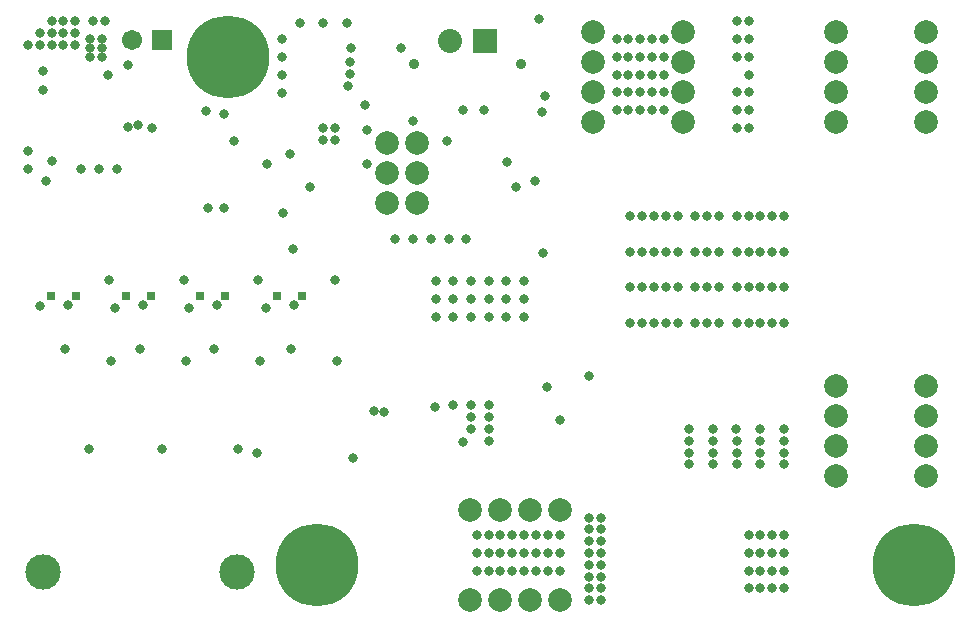
<source format=gbs>
G04*
G04 #@! TF.GenerationSoftware,Altium Limited,Altium Designer,21.1.0 (24)*
G04*
G04 Layer_Color=16711935*
%FSLAX25Y25*%
%MOIN*%
G70*
G04*
G04 #@! TF.SameCoordinates,8E11B689-D9C9-4360-AAA9-F91F00066FD3*
G04*
G04*
G04 #@! TF.FilePolarity,Negative*
G04*
G01*
G75*
%ADD39C,0.27559*%
%ADD40C,0.07874*%
%ADD41R,0.06706X0.06706*%
%ADD42C,0.06706*%
%ADD43C,0.03458*%
%ADD44C,0.08005*%
%ADD45R,0.08005X0.08005*%
%ADD46C,0.07887*%
%ADD47C,0.11811*%
%ADD48C,0.03162*%
%ADD74R,0.03123X0.02572*%
D39*
X70472Y188976D02*
D03*
X100394Y19685D02*
D03*
X299213D02*
D03*
D40*
X133524Y140197D02*
D03*
Y150197D02*
D03*
Y160197D02*
D03*
X123524Y140197D02*
D03*
Y150197D02*
D03*
Y160197D02*
D03*
D41*
X48720Y194685D02*
D03*
D42*
X38721D02*
D03*
D43*
X168110Y186476D02*
D03*
X132677D02*
D03*
D44*
X144488Y194193D02*
D03*
D45*
X156299D02*
D03*
D46*
X192342Y167165D02*
D03*
Y177165D02*
D03*
Y187165D02*
D03*
Y197165D02*
D03*
X222342Y167165D02*
D03*
Y177165D02*
D03*
Y187165D02*
D03*
Y197165D02*
D03*
X273150Y167323D02*
D03*
Y177323D02*
D03*
Y187323D02*
D03*
Y197323D02*
D03*
X303150Y167323D02*
D03*
Y177323D02*
D03*
Y187323D02*
D03*
Y197323D02*
D03*
X151102Y37874D02*
D03*
X161102D02*
D03*
X171102D02*
D03*
X181102D02*
D03*
X151102Y7874D02*
D03*
X161102D02*
D03*
X171102D02*
D03*
X181102D02*
D03*
X273150Y49213D02*
D03*
Y59213D02*
D03*
Y69213D02*
D03*
Y79213D02*
D03*
X303150Y49213D02*
D03*
Y59213D02*
D03*
Y69213D02*
D03*
Y79213D02*
D03*
D47*
X73484Y17362D02*
D03*
X8799D02*
D03*
D48*
X37225Y165690D02*
D03*
X94488Y200396D02*
D03*
X110236D02*
D03*
X102362D02*
D03*
X88583Y183071D02*
D03*
Y188976D02*
D03*
Y194882D02*
D03*
X132283Y128347D02*
D03*
X126378D02*
D03*
X144095D02*
D03*
X138189D02*
D03*
X139764Y114173D02*
D03*
Y108268D02*
D03*
Y102362D02*
D03*
X145669Y114173D02*
D03*
Y108268D02*
D03*
Y102362D02*
D03*
X151575Y114173D02*
D03*
Y108268D02*
D03*
Y102362D02*
D03*
X157480Y114173D02*
D03*
Y108268D02*
D03*
Y102362D02*
D03*
X163386D02*
D03*
Y108268D02*
D03*
Y114173D02*
D03*
X169291Y102362D02*
D03*
Y108268D02*
D03*
Y114173D02*
D03*
X111713Y191929D02*
D03*
X116831Y153445D02*
D03*
X72441Y161024D02*
D03*
X97933Y145472D02*
D03*
X83465Y153445D02*
D03*
X91240Y156595D02*
D03*
X102362Y161417D02*
D03*
X106299D02*
D03*
Y165354D02*
D03*
X102362D02*
D03*
X116240Y172835D02*
D03*
X111221Y187205D02*
D03*
Y183366D02*
D03*
X128150Y191831D02*
D03*
X88681Y177067D02*
D03*
X132382Y167618D02*
D03*
X116929Y164567D02*
D03*
X110728Y179429D02*
D03*
X150000Y128347D02*
D03*
X175492Y123524D02*
D03*
X172835Y147539D02*
D03*
X163681Y154035D02*
D03*
X112205Y55118D02*
D03*
X139627Y72216D02*
D03*
X157480Y61024D02*
D03*
X151575Y64961D02*
D03*
X157480D02*
D03*
Y68898D02*
D03*
X151575D02*
D03*
X157480Y72835D02*
D03*
X151575D02*
D03*
X145669D02*
D03*
X33465Y151575D02*
D03*
X27559D02*
D03*
X21654D02*
D03*
X9843Y147638D02*
D03*
X3937Y157480D02*
D03*
Y151575D02*
D03*
X29503Y200812D02*
D03*
X25566D02*
D03*
X28543Y191929D02*
D03*
X24606Y194882D02*
D03*
X80149Y56859D02*
D03*
X66004Y91535D02*
D03*
X24606Y191929D02*
D03*
X28543Y194882D02*
D03*
Y188976D02*
D03*
X24606D02*
D03*
X166437Y145596D02*
D03*
X148917Y171358D02*
D03*
X155807D02*
D03*
X143602Y160827D02*
D03*
X174114Y201476D02*
D03*
X215846Y188976D02*
D03*
X211910Y171260D02*
D03*
X215846D02*
D03*
X204035D02*
D03*
X211910Y194882D02*
D03*
X200098D02*
D03*
X207972Y177165D02*
D03*
Y188976D02*
D03*
X200098D02*
D03*
X204035Y194882D02*
D03*
X211910Y183071D02*
D03*
X215846D02*
D03*
X200098D02*
D03*
X207972Y171260D02*
D03*
X204035Y177165D02*
D03*
X211910Y188976D02*
D03*
X207972Y194882D02*
D03*
X215846D02*
D03*
X211910Y177165D02*
D03*
X204035Y188976D02*
D03*
X207972Y183071D02*
D03*
X215846Y177165D02*
D03*
X200098D02*
D03*
Y171260D02*
D03*
X204035Y183071D02*
D03*
X216535Y135827D02*
D03*
X212469Y124024D02*
D03*
X204724Y135827D02*
D03*
Y124016D02*
D03*
X208661D02*
D03*
X216535D02*
D03*
X208661Y135827D02*
D03*
X220472Y124016D02*
D03*
X212469Y135836D02*
D03*
X220472Y135827D02*
D03*
X177165Y17717D02*
D03*
X157480D02*
D03*
X173228D02*
D03*
X153543D02*
D03*
X161417D02*
D03*
X181102D02*
D03*
X165354D02*
D03*
X169291D02*
D03*
X177165Y23622D02*
D03*
X157480D02*
D03*
X165354D02*
D03*
X173228D02*
D03*
X161417D02*
D03*
X169291D02*
D03*
X181102D02*
D03*
X153543D02*
D03*
X181102Y29528D02*
D03*
X173228D02*
D03*
X177165D02*
D03*
X153543D02*
D03*
X157480D02*
D03*
X161417D02*
D03*
X169291D02*
D03*
X165354D02*
D03*
X69193Y138681D02*
D03*
X63189Y170965D02*
D03*
X63779Y138779D02*
D03*
X69193Y169980D02*
D03*
X251969Y112205D02*
D03*
X255906Y100394D02*
D03*
X248031Y112205D02*
D03*
X251969Y100394D02*
D03*
X248031D02*
D03*
X244094D02*
D03*
X240158Y112205D02*
D03*
X244094D02*
D03*
X255906D02*
D03*
X240158Y100394D02*
D03*
X83169Y105118D02*
D03*
X57677D02*
D03*
X32874D02*
D03*
X24409Y58268D02*
D03*
X74016Y58169D02*
D03*
X8760Y177854D02*
D03*
X148819Y60532D02*
D03*
X122539Y70768D02*
D03*
X92126Y124902D02*
D03*
X240158Y165354D02*
D03*
Y171260D02*
D03*
Y177165D02*
D03*
Y188976D02*
D03*
Y194882D02*
D03*
Y200787D02*
D03*
X244094D02*
D03*
Y194882D02*
D03*
Y188976D02*
D03*
Y183071D02*
D03*
Y177165D02*
D03*
Y171260D02*
D03*
Y165354D02*
D03*
X190945Y82677D02*
D03*
X255906Y124016D02*
D03*
Y135827D02*
D03*
X251969Y124016D02*
D03*
Y135827D02*
D03*
X248031Y124016D02*
D03*
Y135827D02*
D03*
X244094Y124016D02*
D03*
Y135827D02*
D03*
X240158Y124016D02*
D03*
Y135827D02*
D03*
X234252Y100394D02*
D03*
Y112205D02*
D03*
Y124016D02*
D03*
Y135827D02*
D03*
X230315Y100394D02*
D03*
Y112205D02*
D03*
Y124016D02*
D03*
Y135827D02*
D03*
X226378Y100394D02*
D03*
Y112205D02*
D03*
Y124016D02*
D03*
Y135827D02*
D03*
X220472Y100394D02*
D03*
Y112205D02*
D03*
X216535Y100394D02*
D03*
Y112205D02*
D03*
X212469Y100402D02*
D03*
Y112214D02*
D03*
X208661Y100394D02*
D03*
Y112205D02*
D03*
X204724Y100394D02*
D03*
Y112205D02*
D03*
X190945Y7874D02*
D03*
Y15748D02*
D03*
Y23622D02*
D03*
Y27559D02*
D03*
X194882Y23622D02*
D03*
Y19685D02*
D03*
Y15748D02*
D03*
X190945Y19685D02*
D03*
Y11811D02*
D03*
Y31496D02*
D03*
X194882Y27559D02*
D03*
Y31496D02*
D03*
X190945Y35433D02*
D03*
X194882Y11811D02*
D03*
Y7874D02*
D03*
Y35433D02*
D03*
X255906Y11811D02*
D03*
X251969D02*
D03*
X244094D02*
D03*
X248031D02*
D03*
X255906Y17717D02*
D03*
X251969D02*
D03*
X244094D02*
D03*
X248031D02*
D03*
X224410Y53150D02*
D03*
X232283D02*
D03*
X240158D02*
D03*
X248031D02*
D03*
X255906D02*
D03*
X224410Y57087D02*
D03*
X232283D02*
D03*
X240158D02*
D03*
X248031D02*
D03*
X255906D02*
D03*
X224410Y61024D02*
D03*
X232283D02*
D03*
X240158D02*
D03*
X248031D02*
D03*
X255906D02*
D03*
X255834Y64894D02*
D03*
X247960D02*
D03*
X240086D02*
D03*
X232212D02*
D03*
X224338D02*
D03*
X244094Y29528D02*
D03*
Y23622D02*
D03*
X248031D02*
D03*
Y29528D02*
D03*
X251969D02*
D03*
Y23622D02*
D03*
X255906D02*
D03*
Y29528D02*
D03*
X176870Y78937D02*
D03*
X11891Y154429D02*
D03*
X106831Y87599D02*
D03*
X176181Y175886D02*
D03*
X3937Y192913D02*
D03*
X7874D02*
D03*
Y196850D02*
D03*
X19685Y192913D02*
D03*
X15748D02*
D03*
X11811D02*
D03*
Y196850D02*
D03*
X15748D02*
D03*
X19685D02*
D03*
Y200787D02*
D03*
X15748D02*
D03*
X11811D02*
D03*
X30709Y182973D02*
D03*
X181201Y67913D02*
D03*
X88976Y136909D02*
D03*
X175098Y170472D02*
D03*
X40738Y166154D02*
D03*
X45276Y165354D02*
D03*
X119193Y70866D02*
D03*
X48524Y58366D02*
D03*
X31594Y87598D02*
D03*
X56496Y87599D02*
D03*
X81201D02*
D03*
X16398Y91535D02*
D03*
X41299Y91535D02*
D03*
X91634Y91536D02*
D03*
X7795Y105905D02*
D03*
X8760Y184252D02*
D03*
X17284Y106201D02*
D03*
X30866Y114469D02*
D03*
X37303Y186270D02*
D03*
X42185Y106201D02*
D03*
X55768Y114469D02*
D03*
X66890Y106201D02*
D03*
X80472Y114469D02*
D03*
X92520Y106201D02*
D03*
X106102Y114469D02*
D03*
D74*
X11624Y109350D02*
D03*
X19931D02*
D03*
X36526Y109350D02*
D03*
X44833D02*
D03*
X95167Y109350D02*
D03*
X86860D02*
D03*
X61230Y109350D02*
D03*
X69537D02*
D03*
M02*

</source>
